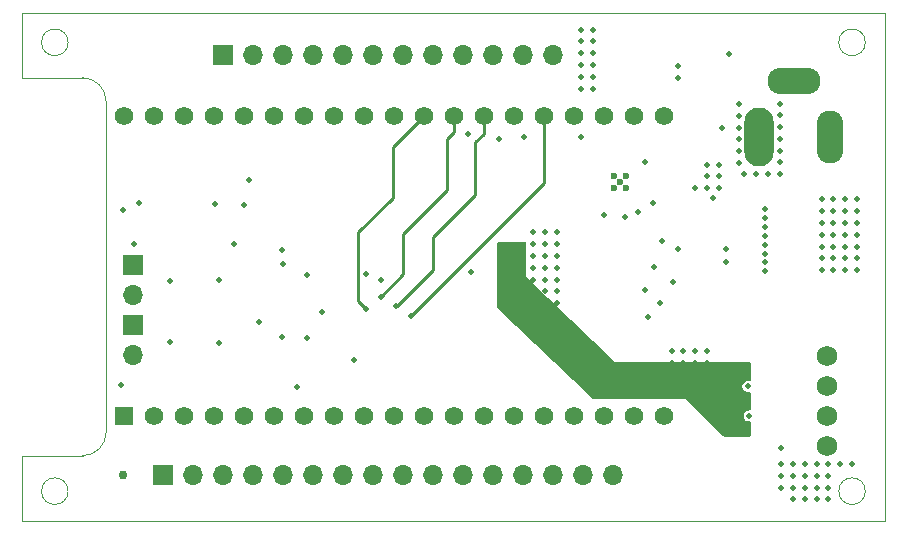
<source format=gbr>
%TF.GenerationSoftware,KiCad,Pcbnew,5.99.0-unknown-308ab8caf~106~ubuntu18.04.1*%
%TF.CreationDate,2021-02-25T19:42:53-08:00*%
%TF.ProjectId,signal-board,7369676e-616c-42d6-926f-6172642e6b69,rev?*%
%TF.SameCoordinates,Original*%
%TF.FileFunction,Copper,L2,Inr*%
%TF.FilePolarity,Positive*%
%FSLAX46Y46*%
G04 Gerber Fmt 4.6, Leading zero omitted, Abs format (unit mm)*
G04 Created by KiCad (PCBNEW 5.99.0-unknown-308ab8caf~106~ubuntu18.04.1) date 2021-02-25 19:42:53*
%MOMM*%
%LPD*%
G01*
G04 APERTURE LIST*
%TA.AperFunction,Profile*%
%ADD10C,0.100000*%
%TD*%
%TA.AperFunction,Profile*%
%ADD11C,0.120000*%
%TD*%
%TA.AperFunction,ComponentPad*%
%ADD12R,1.700000X1.700000*%
%TD*%
%TA.AperFunction,ComponentPad*%
%ADD13O,1.700000X1.700000*%
%TD*%
%TA.AperFunction,ComponentPad*%
%ADD14O,2.500000X5.000000*%
%TD*%
%TA.AperFunction,ComponentPad*%
%ADD15O,2.250000X4.500000*%
%TD*%
%TA.AperFunction,ComponentPad*%
%ADD16O,4.500000X2.250000*%
%TD*%
%TA.AperFunction,ComponentPad*%
%ADD17C,1.750000*%
%TD*%
%TA.AperFunction,ComponentPad*%
%ADD18R,1.560000X1.560000*%
%TD*%
%TA.AperFunction,ComponentPad*%
%ADD19C,1.560000*%
%TD*%
%TA.AperFunction,ComponentPad*%
%ADD20C,0.600000*%
%TD*%
%TA.AperFunction,ViaPad*%
%ADD21C,0.508000*%
%TD*%
%TA.AperFunction,ViaPad*%
%ADD22C,0.750000*%
%TD*%
%TA.AperFunction,Conductor*%
%ADD23C,0.254000*%
%TD*%
G04 APERTURE END LIST*
D10*
X170300000Y-141000000D02*
X170300000Y-98000000D01*
X170300000Y-141000000D02*
X97300000Y-141000000D01*
X97300000Y-135500000D02*
X97300000Y-141000000D01*
X104400000Y-133500000D02*
G75*
G02*
X102400000Y-135500000I-2000000J0D01*
G01*
X104400000Y-133500000D02*
X104400000Y-105500000D01*
X97300000Y-98000000D02*
X97300000Y-103500000D01*
D11*
X101175000Y-138500000D02*
G75*
G03*
X101175000Y-138500000I-1125000J0D01*
G01*
D10*
X102400000Y-103500000D02*
G75*
G02*
X104400000Y-105500000I0J-2000000D01*
G01*
D11*
X101175000Y-100500000D02*
G75*
G03*
X101175000Y-100500000I-1125000J0D01*
G01*
X97300000Y-98000000D02*
X170300000Y-98000000D01*
X168675000Y-138500000D02*
G75*
G03*
X168675000Y-138500000I-1125000J0D01*
G01*
D10*
X102400000Y-135500000D02*
X97300000Y-135500000D01*
D11*
X168675000Y-100500000D02*
G75*
G03*
X168675000Y-100500000I-1125000J0D01*
G01*
D10*
X102400000Y-103500000D02*
X97300000Y-103500000D01*
D12*
%TO.N,+3V3*%
%TO.C,J4*%
X109220000Y-137160000D03*
D13*
%TO.N,/en*%
X111760000Y-137160000D03*
%TO.N,/sensor_vp*%
X114300000Y-137160000D03*
%TO.N,/sensor_vn*%
X116840000Y-137160000D03*
%TO.N,/io34*%
X119380000Y-137160000D03*
%TO.N,/io35*%
X121920000Y-137160000D03*
%TO.N,/io25*%
X124460000Y-137160000D03*
%TO.N,/uart_tx*%
X127000000Y-137160000D03*
%TO.N,/uart_rx*%
X129540000Y-137160000D03*
%TO.N,/vspi_mosi*%
X132080000Y-137160000D03*
%TO.N,/vspi_miso*%
X134620000Y-137160000D03*
%TO.N,/vspi_clk*%
X137160000Y-137160000D03*
%TO.N,/vspi_cs*%
X139700000Y-137160000D03*
%TO.N,GND*%
X142240000Y-137160000D03*
%TO.N,+5V*%
X144780000Y-137160000D03*
%TO.N,/3-12V_UNFUSED*%
X147320000Y-137160000D03*
%TD*%
D14*
%TO.N,/3-12V_UNFUSED*%
%TO.C,J1*%
X159675000Y-108475000D03*
D15*
%TO.N,GND*%
X165675000Y-108475000D03*
D16*
X162675000Y-103775000D03*
%TD*%
D12*
%TO.N,/i2c_scl*%
%TO.C,J2*%
X114300000Y-101600000D03*
D13*
%TO.N,/i2c_sda*%
X116840000Y-101600000D03*
%TO.N,GND*%
X119380000Y-101600000D03*
%TO.N,/pixels_8*%
X121920000Y-101600000D03*
%TO.N,/pixels_7*%
X124460000Y-101600000D03*
%TO.N,/pixels_6*%
X127000000Y-101600000D03*
%TO.N,/pixels_5*%
X129540000Y-101600000D03*
%TO.N,/pixels_4*%
X132080000Y-101600000D03*
%TO.N,/pixels_3*%
X134620000Y-101600000D03*
%TO.N,/pixels_2*%
X137160000Y-101600000D03*
%TO.N,/pixels_1*%
X139700000Y-101600000D03*
%TO.N,GND*%
X142240000Y-101600000D03*
%TD*%
D17*
%TO.N,/3-12V_UNFUSED*%
%TO.C,J3*%
X165430200Y-127076200D03*
%TO.N,/pixels_1*%
X165430200Y-129616200D03*
%TO.N,/pixels_2*%
X165430200Y-132156200D03*
%TO.N,GND*%
X165430200Y-134696200D03*
%TD*%
D18*
%TO.N,+3V3*%
%TO.C,U2*%
X105890000Y-132100000D03*
D19*
%TO.N,/en*%
X108430000Y-132100000D03*
%TO.N,/sensor_vp*%
X110970000Y-132100000D03*
%TO.N,/sensor_vn*%
X113510000Y-132100000D03*
%TO.N,/io34*%
X116050000Y-132100000D03*
%TO.N,/io35*%
X118590000Y-132100000D03*
%TO.N,N/C*%
X121130000Y-132100000D03*
X123670000Y-132100000D03*
%TO.N,/io25*%
X126210000Y-132100000D03*
%TO.N,/level_shift_4*%
X128750000Y-132100000D03*
%TO.N,/level_shift_3*%
X131290000Y-132100000D03*
%TO.N,/status_led*%
X133830000Y-132100000D03*
%TO.N,/level_shift_2*%
X136370000Y-132100000D03*
%TO.N,GND*%
X138910000Y-132100000D03*
%TO.N,/level_shift_1*%
X141450000Y-132100000D03*
%TO.N,N/C*%
X143990000Y-132100000D03*
X146530000Y-132100000D03*
X149070000Y-132100000D03*
%TO.N,+5V*%
X151610000Y-132100000D03*
%TO.N,GND*%
X105890000Y-106700000D03*
%TO.N,/vspi_mosi*%
X108430000Y-106700000D03*
%TO.N,/i2c_scl*%
X110970000Y-106700000D03*
%TO.N,/uart_tx*%
X113510000Y-106700000D03*
%TO.N,/uart_rx*%
X116050000Y-106700000D03*
%TO.N,/i2c_sda*%
X118590000Y-106700000D03*
%TO.N,GND*%
X121130000Y-106700000D03*
%TO.N,/vspi_miso*%
X123670000Y-106700000D03*
%TO.N,/vspi_clk*%
X126210000Y-106700000D03*
%TO.N,/vspi_cs*%
X128750000Y-106700000D03*
%TO.N,/level_shift_8*%
X131290000Y-106700000D03*
%TO.N,/level_shift_7*%
X133830000Y-106700000D03*
%TO.N,/level_shift_6*%
X136370000Y-106700000D03*
%TO.N,/button_2*%
X138910000Y-106700000D03*
%TO.N,/level_shift_5*%
X141450000Y-106700000D03*
%TO.N,/button_1*%
X143990000Y-106700000D03*
%TO.N,N/C*%
X146530000Y-106700000D03*
X149070000Y-106700000D03*
X151610000Y-106700000D03*
%TD*%
D12*
%TO.N,GND*%
%TO.C,J5*%
X106680000Y-124460000D03*
D13*
%TO.N,Net-(J5-Pad2)*%
X106680000Y-127000000D03*
%TD*%
D20*
%TO.N,GND*%
%TO.C,U1*%
X147917100Y-112320600D03*
X147417100Y-112820600D03*
X148417100Y-112820600D03*
X148417100Y-111820600D03*
X147417100Y-111820600D03*
%TD*%
D12*
%TO.N,GND*%
%TO.C,J6*%
X106680000Y-119380000D03*
D13*
%TO.N,Net-(J6-Pad2)*%
X106680000Y-121920000D03*
%TD*%
D21*
%TO.N,GND*%
X155273000Y-126644400D03*
X140579600Y-116586000D03*
X161544000Y-136192000D03*
X109829600Y-120675400D03*
X166973000Y-114792000D03*
X166973000Y-115792000D03*
X142579600Y-116586000D03*
X144602200Y-100415600D03*
X166973000Y-116792000D03*
X142579600Y-118586000D03*
X144602200Y-104415600D03*
X141579600Y-117586000D03*
X152400000Y-120802400D03*
X163544000Y-137192000D03*
X156921200Y-119075200D03*
X167973000Y-116792000D03*
X141579600Y-119586000D03*
X141579600Y-116586000D03*
X162544000Y-139192000D03*
X152273000Y-126644400D03*
X145602200Y-104415600D03*
X117348000Y-124155200D03*
X145602200Y-103415600D03*
X156244800Y-110845600D03*
X165973000Y-118792000D03*
X164973000Y-119792000D03*
X144602200Y-102415600D03*
X141579600Y-120586000D03*
X145602200Y-101415600D03*
X164544000Y-139192000D03*
X165973000Y-114792000D03*
X140579600Y-119586000D03*
X155244800Y-112845600D03*
X113588800Y-114147600D03*
X164544000Y-136192000D03*
X164973000Y-117792000D03*
X119380000Y-119253000D03*
X166973000Y-117792000D03*
X105650000Y-129550000D03*
X163544000Y-136192000D03*
X167973000Y-113792000D03*
X139801600Y-108483400D03*
X145602200Y-99415600D03*
X165544000Y-139192000D03*
X156895800Y-118033800D03*
X144627600Y-108483400D03*
X166973000Y-113792000D03*
X164973000Y-118792000D03*
X142579600Y-121586000D03*
X164544000Y-137192000D03*
X113969800Y-125958600D03*
X155273000Y-127644400D03*
X109829600Y-125857000D03*
X167973000Y-114792000D03*
X164544000Y-138192000D03*
X156244800Y-112845600D03*
X163544000Y-139192000D03*
X162544000Y-138192000D03*
X166973000Y-119792000D03*
X161544000Y-134874000D03*
X144602200Y-99415600D03*
X122656600Y-123367800D03*
X141579600Y-121586000D03*
X165973000Y-113792000D03*
X145719800Y-130378200D03*
X145602200Y-100415600D03*
X140579600Y-118586000D03*
X141579600Y-122586000D03*
X164973000Y-115792000D03*
X152273000Y-127644400D03*
X144602200Y-103415600D03*
X154273000Y-126644400D03*
X165973000Y-119792000D03*
X144602200Y-101415600D03*
X165973000Y-116792000D03*
X165973000Y-117792000D03*
X167973000Y-117792000D03*
X120523000Y-129641600D03*
X142579600Y-117586000D03*
X161544000Y-137192000D03*
X162544000Y-136192000D03*
X167544000Y-136192000D03*
X167973000Y-118792000D03*
X164973000Y-116792000D03*
X150774400Y-119481600D03*
X166544000Y-136192000D03*
X142579600Y-119586000D03*
X155244800Y-110845600D03*
X165544000Y-138192000D03*
X142579600Y-120586000D03*
X140579600Y-117586000D03*
X116052600Y-114249200D03*
X115189000Y-117602000D03*
X164973000Y-113792000D03*
X166973000Y-118792000D03*
X140579600Y-121586000D03*
X107162600Y-114071400D03*
X106730800Y-117576600D03*
X154273000Y-127644400D03*
X153273000Y-126644400D03*
X153273000Y-127644400D03*
X142579600Y-122586000D03*
X153339800Y-130276600D03*
X113919000Y-120599200D03*
X135280400Y-119938800D03*
X165973000Y-115792000D03*
X155244800Y-111845600D03*
X162544000Y-137192000D03*
X154244800Y-112845600D03*
X119253000Y-118059200D03*
X140579600Y-120586000D03*
X145602200Y-102415600D03*
X156244800Y-111845600D03*
X138150600Y-123164600D03*
X161544000Y-138192000D03*
X167973000Y-115792000D03*
X125349000Y-127381000D03*
X165544000Y-136192000D03*
X163544000Y-138192000D03*
X164973000Y-114792000D03*
X167973000Y-119792000D03*
X165544000Y-137192000D03*
X151333200Y-122605800D03*
X141579600Y-118586000D03*
D22*
X105850000Y-137100000D03*
D21*
X119253000Y-125476000D03*
%TO.N,+3V3*%
X105825000Y-114725000D03*
X121398000Y-125531000D03*
X121384200Y-120165000D03*
%TO.N,/button_2*%
X126365000Y-120142000D03*
%TO.N,/button_1*%
X127635000Y-120650000D03*
%TO.N,/pixels_2*%
X158825000Y-132125000D03*
X135051800Y-108280200D03*
%TO.N,/pixels_1*%
X158725000Y-129625000D03*
X137668000Y-108712000D03*
%TO.N,/level_shift_5*%
X130175000Y-123698000D03*
%TO.N,/level_shift_6*%
X128905000Y-122809000D03*
%TO.N,/level_shift_7*%
X127635000Y-122047000D03*
%TO.N,/level_shift_8*%
X126365000Y-123063000D03*
%TO.N,/status_led*%
X116513000Y-112125000D03*
%TO.N,Net-(C3-Pad1)*%
X151460200Y-117297200D03*
X150672800Y-114096800D03*
%TO.N,Net-(C16-Pad1)*%
X157149800Y-101473000D03*
X152781000Y-102489000D03*
%TO.N,/TPS_FEEDBACK*%
X148365666Y-115311734D03*
X150317200Y-123723400D03*
%TO.N,/5V_Out_PG*%
X150063200Y-121488200D03*
X155800200Y-113662600D03*
X152857200Y-118008400D03*
X150063200Y-110642400D03*
%TO.N,/3-12V_UNFUSED*%
X158417000Y-111664000D03*
X157962600Y-107714800D03*
X157962600Y-109714800D03*
X161417000Y-105714800D03*
X161417000Y-106664000D03*
X160197800Y-116130200D03*
X157962600Y-106714800D03*
X159417000Y-111664000D03*
X160197800Y-119880200D03*
X160197800Y-116880200D03*
X160197800Y-118380200D03*
X161417000Y-107664000D03*
X157962600Y-105714800D03*
X160417000Y-111664000D03*
X161417000Y-110664000D03*
X161417000Y-108664000D03*
X160197800Y-119130200D03*
X160197800Y-115380200D03*
X161417000Y-111664000D03*
X160197800Y-117630200D03*
X161417000Y-109664000D03*
X157962600Y-108714800D03*
X160197800Y-114630200D03*
X157962600Y-110714800D03*
%TO.N,Net-(C15-Pad1)*%
X156514800Y-107772200D03*
X152781000Y-103479600D03*
%TO.N,VCC*%
X149428200Y-114884200D03*
X146558000Y-115112800D03*
%TD*%
D23*
%TO.N,/level_shift_5*%
X141450000Y-106700000D02*
X141450000Y-112423000D01*
X141450000Y-112423000D02*
X130175000Y-123698000D01*
%TO.N,/level_shift_6*%
X129032000Y-122809000D02*
X128905000Y-122809000D01*
X135636000Y-113411000D02*
X132080000Y-116967000D01*
X135636000Y-108966000D02*
X135636000Y-113411000D01*
X132080000Y-116967000D02*
X132080000Y-119761000D01*
X132080000Y-119761000D02*
X129032000Y-122809000D01*
X136370000Y-108232000D02*
X135636000Y-108966000D01*
X136370000Y-106700000D02*
X136370000Y-108232000D01*
%TO.N,/level_shift_7*%
X129540000Y-120142000D02*
X127635000Y-122047000D01*
X133223000Y-108712000D02*
X133223000Y-113030000D01*
X133830000Y-106700000D02*
X133830000Y-108105000D01*
X133830000Y-108105000D02*
X133223000Y-108712000D01*
X133223000Y-113030000D02*
X129540000Y-116713000D01*
X129540000Y-116713000D02*
X129540000Y-120142000D01*
%TO.N,/level_shift_8*%
X131290000Y-106700000D02*
X128651000Y-109339000D01*
X125730000Y-116586000D02*
X125730000Y-122428000D01*
X128651000Y-109339000D02*
X128651000Y-113157000D01*
X125730000Y-122428000D02*
X126365000Y-123063000D01*
X128651000Y-113665000D02*
X125730000Y-116586000D01*
X128651000Y-113157000D02*
X128651000Y-113665000D01*
%TD*%
%TA.AperFunction,Conductor*%
%TO.N,GND*%
G36*
X139921521Y-117420002D02*
G01*
X139968014Y-117473658D01*
X139979400Y-117526000D01*
X139979400Y-120396000D01*
X147447000Y-127584200D01*
X158852600Y-127584200D01*
X158920721Y-127604202D01*
X158967214Y-127657858D01*
X158978600Y-127710200D01*
X158978600Y-129058795D01*
X158958598Y-129126916D01*
X158904942Y-129173409D01*
X158834668Y-129183513D01*
X158824149Y-129181541D01*
X158770230Y-129169043D01*
X158770227Y-129169043D01*
X158761052Y-129166916D01*
X158751657Y-129167581D01*
X158751654Y-129167581D01*
X158634164Y-129175900D01*
X158634162Y-129175901D01*
X158624763Y-129176566D01*
X158615976Y-129179966D01*
X158615974Y-129179966D01*
X158606806Y-129183513D01*
X158497337Y-129225864D01*
X158390039Y-129310451D01*
X158312356Y-129422848D01*
X158271157Y-129553118D01*
X158270084Y-129689744D01*
X158272783Y-129698768D01*
X158272783Y-129698770D01*
X158306533Y-129811623D01*
X158306535Y-129811626D01*
X158309232Y-129820646D01*
X158385140Y-129934249D01*
X158491095Y-130020511D01*
X158617732Y-130071804D01*
X158627117Y-130072617D01*
X158627118Y-130072617D01*
X158744472Y-130082781D01*
X158744475Y-130082781D01*
X158753852Y-130083593D01*
X158763053Y-130081612D01*
X158763055Y-130081612D01*
X158826081Y-130068043D01*
X158896886Y-130073260D01*
X158953630Y-130115929D01*
X158978298Y-130182502D01*
X158978600Y-130191221D01*
X158978600Y-131541266D01*
X158958598Y-131609387D01*
X158904942Y-131655880D01*
X158860823Y-131663687D01*
X158861052Y-131666916D01*
X158734164Y-131675900D01*
X158734162Y-131675901D01*
X158724763Y-131676566D01*
X158715976Y-131679966D01*
X158715974Y-131679966D01*
X158669960Y-131697768D01*
X158597337Y-131725864D01*
X158490039Y-131810451D01*
X158412356Y-131922848D01*
X158371157Y-132053118D01*
X158370084Y-132189744D01*
X158372783Y-132198768D01*
X158372783Y-132198770D01*
X158406533Y-132311623D01*
X158406535Y-132311626D01*
X158409232Y-132320646D01*
X158485140Y-132434249D01*
X158591095Y-132520511D01*
X158717732Y-132571804D01*
X158727117Y-132572617D01*
X158727118Y-132572617D01*
X158751955Y-132574768D01*
X158844930Y-132582820D01*
X158844933Y-132582821D01*
X158853852Y-132583593D01*
X158853746Y-132584817D01*
X158913933Y-132598453D01*
X158963702Y-132649085D01*
X158978600Y-132708518D01*
X158978600Y-133757400D01*
X158958598Y-133825521D01*
X158904942Y-133872014D01*
X158852600Y-133883400D01*
X156744501Y-133883400D01*
X156676380Y-133863398D01*
X156655756Y-133846844D01*
X155371496Y-132572617D01*
X153441400Y-130657600D01*
X145643223Y-130657600D01*
X145575102Y-130637598D01*
X145556298Y-130622814D01*
X137529373Y-122973331D01*
X137493858Y-122911856D01*
X137490298Y-122881888D01*
X137494809Y-120403137D01*
X137500000Y-117550000D01*
X137500000Y-117526000D01*
X137520002Y-117457879D01*
X137573658Y-117411386D01*
X137626000Y-117400000D01*
X139853400Y-117400000D01*
X139921521Y-117420002D01*
G37*
%TD.AperFunction*%
%TD*%
M02*

</source>
